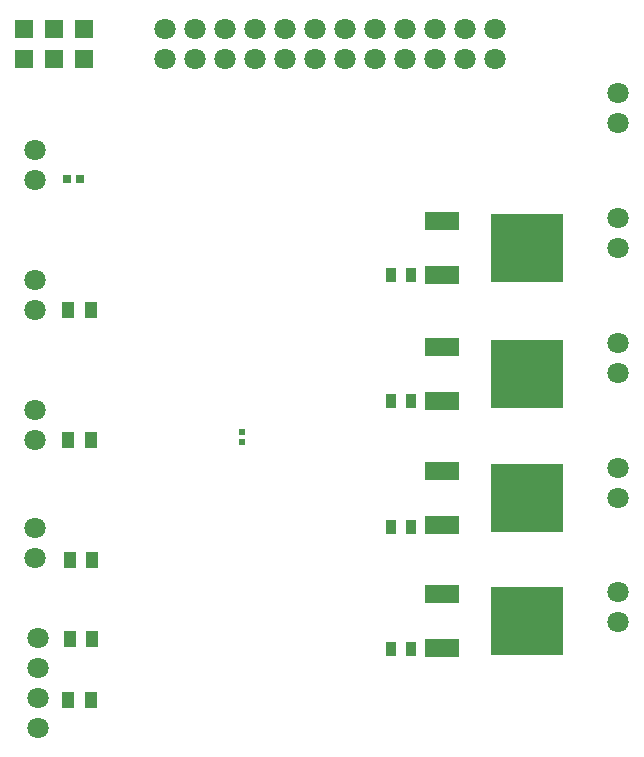
<source format=gbr>
G04 Layer_Color=255*
%FSLAX26Y26*%
%MOIN*%
%TF.FileFunction,Pads,Bot*%
%TF.Part,Single*%
G01*
G75*
%TA.AperFunction,SMDPad,CuDef*%
%ADD12R,0.033465X0.051181*%
%ADD16R,0.020472X0.020472*%
%TA.AperFunction,ComponentPad*%
%ADD19R,0.060000X0.060000*%
%ADD20C,0.070866*%
%TA.AperFunction,SMDPad,CuDef*%
%ADD30R,0.041339X0.055118*%
%ADD31R,0.118110X0.062992*%
%ADD32R,0.244095X0.228346*%
%ADD33R,0.025591X0.029528*%
D12*
X1344488Y842520D02*
D03*
X1411417D02*
D03*
X1344488Y433071D02*
D03*
X1411417D02*
D03*
X1344488Y1259842D02*
D03*
X1411417D02*
D03*
X1344488Y1681102D02*
D03*
X1411417D02*
D03*
D16*
X848000Y1156748D02*
D03*
Y1125252D02*
D03*
D19*
X123032Y2501575D02*
D03*
X223032D02*
D03*
X323032D02*
D03*
Y2401575D02*
D03*
X223032D02*
D03*
X123032D02*
D03*
D20*
X1590551D02*
D03*
Y2501575D02*
D03*
X1490551D02*
D03*
X1390551D02*
D03*
X1290551D02*
D03*
X1190551D02*
D03*
X1090551D02*
D03*
X990551D02*
D03*
X890551D02*
D03*
X790551D02*
D03*
X690551D02*
D03*
X590551D02*
D03*
X1490551Y2401575D02*
D03*
X1390551D02*
D03*
X1290551D02*
D03*
X1190551D02*
D03*
X1090551D02*
D03*
X990551D02*
D03*
X890551D02*
D03*
X790551D02*
D03*
X690551D02*
D03*
X590551D02*
D03*
X1690551Y2501575D02*
D03*
Y2401575D02*
D03*
X157480Y2097244D02*
D03*
Y1997244D02*
D03*
X2101063Y1871898D02*
D03*
Y1771898D02*
D03*
Y523150D02*
D03*
Y623150D02*
D03*
Y2288148D02*
D03*
Y2188148D02*
D03*
X157480Y1664173D02*
D03*
Y1564173D02*
D03*
X2101063Y1039399D02*
D03*
Y939399D02*
D03*
X157480Y1231102D02*
D03*
Y1131102D02*
D03*
Y737402D02*
D03*
Y837402D02*
D03*
X2101063Y1355649D02*
D03*
Y1455649D02*
D03*
X170000Y170000D02*
D03*
Y270000D02*
D03*
Y370000D02*
D03*
Y470000D02*
D03*
D30*
X273622Y468504D02*
D03*
X348426D02*
D03*
X344489Y263779D02*
D03*
X269685D02*
D03*
X348426Y732283D02*
D03*
X273622D02*
D03*
X344489Y1129921D02*
D03*
X269685D02*
D03*
Y1562992D02*
D03*
X344489D02*
D03*
D31*
X1515748Y437402D02*
D03*
Y617717D02*
D03*
Y846850D02*
D03*
Y1027165D02*
D03*
Y1260236D02*
D03*
Y1440551D02*
D03*
Y1681496D02*
D03*
Y1861811D02*
D03*
D32*
X1799213Y527559D02*
D03*
Y937008D02*
D03*
Y1350394D02*
D03*
Y1771653D02*
D03*
D33*
X265748Y2000000D02*
D03*
X309055D02*
D03*
%TF.MD5,dded03a4bec03d3f8e41afecc50247a1*%
M02*

</source>
